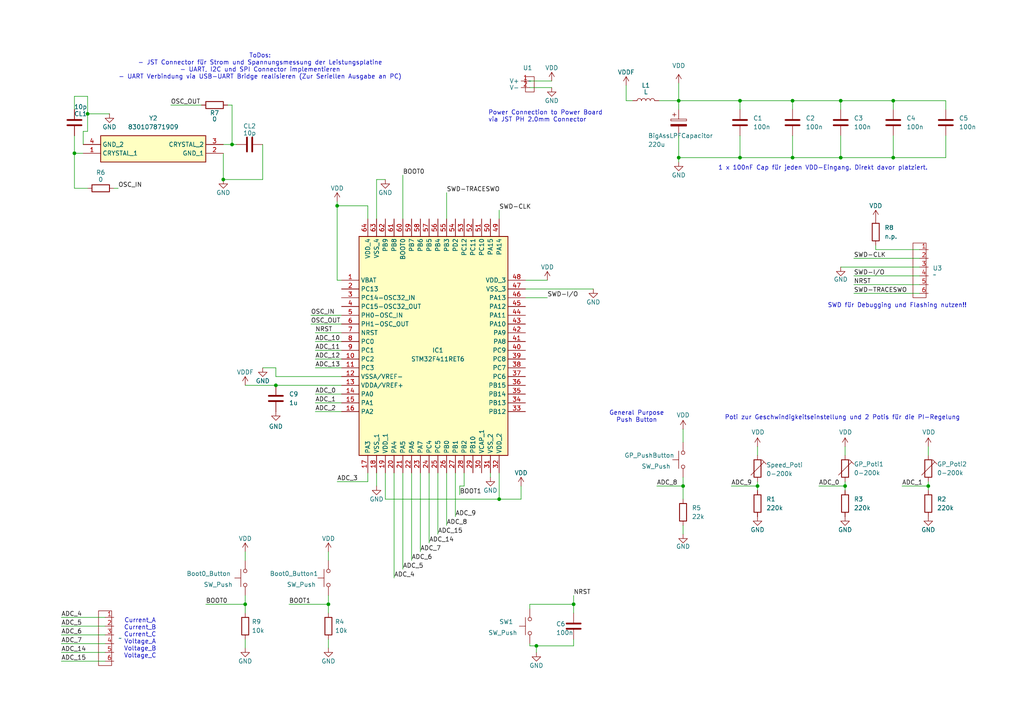
<source format=kicad_sch>
(kicad_sch (version 20231120) (generator "eeschema") (generator_version "8.0")
  (paper "A4")
  (lib_symbols
    (symbol "830107871909:830107871909"
      (property "Reference" "Y" (at 36.83 7.62 0))
      (property "Value" "830107871909" (at 36.83 5.08 0))
      (symbol "830107871909_1_1"
        (rectangle (start 5.08 2.54) (end 35.56 -5.08) (stroke (width 0.254)) (fill (type background)))
        (pin passive line (at 0 -2.54 0) (length 5.08) (name "CRYSTAL_1") (number "1"))
        (pin passive line (at 40.64 -2.54 180) (length 5.08) (name "GND_1") (number "2"))
        (pin passive line (at 40.64 0 180) (length 5.08) (name "CRYSTAL_2") (number "3"))
        (pin passive line (at 0 0 0) (length 5.08) (name "GND_2") (number "4"))
      )
    )
    (symbol "Device:C" (pin_numbers hide) (pin_names (offset 0.254))
      (property "Reference" "C" (at 0.635 2.54 0))
      (property "Value" "C" (at 0.635 -2.54 0))
      (symbol "C_0_1"
        (polyline (pts (xy -2.032 -0.762) (xy 2.032 -0.762)) (stroke (width 0.508)))
        (polyline (pts (xy -2.032 0.762) (xy 2.032 0.762)) (stroke (width 0.508)))
      )
      (symbol "C_1_1"
        (pin passive line (at 0 3.81 270) (length 2.794) (name "~") (number "1"))
        (pin passive line (at 0 -3.81 90) (length 2.794) (name "~") (number "2"))
      )
    )
    (symbol "Device:C_Polarized" (pin_numbers hide) (pin_names (offset 0.254))
      (property "Reference" "C" (at 0.635 2.54 0))
      (property "Value" "C_Polarized" (at 0.635 -2.54 0))
      (symbol "C_Polarized_0_1"
        (rectangle (start -2.286 0.508) (end 2.286 1.016))
        (polyline (pts (xy -1.778 2.286) (xy -0.762 2.286)))
        (polyline (pts (xy -1.27 2.794) (xy -1.27 1.778)))
        (rectangle (start 2.286 -0.508) (end -2.286 -1.016) (fill (type outline)))
      )
      (symbol "C_Polarized_1_1"
        (pin passive line (at 0 3.81 270) (length 2.794) (name "~") (number "1"))
        (pin passive line (at 0 -3.81 90) (length 2.794) (name "~") (number "2"))
      )
    )
    (symbol "Device:L" (pin_numbers hide) (pin_names (offset 1.016) hide)
      (property "Reference" "L" (at -1.27 0 90))
      (property "Value" "L" (at 1.905 0 90))
      (symbol "L_0_1"
        (arc (start 0 -2.54) (mid 0.6323 -1.905) (end 0 -1.27))
        (arc (start 0 -1.27) (mid 0.6323 -0.635) (end 0 0))
        (arc (start 0 0) (mid 0.6323 0.635) (end 0 1.27))
        (arc (start 0 1.27) (mid 0.6323 1.905) (end 0 2.54))
      )
      (symbol "L_1_1"
        (pin passive line (at 0 3.81 270) (length 1.27) (name "1") (number "1"))
        (pin passive line (at 0 -3.81 90) (length 1.27) (name "2") (number "2"))
      )
    )
    (symbol "Device:R" (pin_numbers hide) (pin_names (offset 0))
      (property "Reference" "R" (at 2.032 0 90))
      (property "Value" "R" (at 0 0 90))
      (symbol "R_0_1"
        (rectangle (start -1.016 -2.54) (end 1.016 2.54) (stroke (width 0.254)))
      )
      (symbol "R_1_1"
        (pin passive line (at 0 3.81 270) (length 1.27) (name "~") (number "1"))
        (pin passive line (at 0 -3.81 90) (length 1.27) (name "~") (number "2"))
      )
    )
    (symbol "Device:R_Trim" (pin_numbers hide) (pin_names (offset 0))
      (property "Reference" "R" (at 2.54 -2.54 90))
      (property "Value" "R_Trim" (at -2.54 -0.635 90))
      (symbol "R_Trim_0_1"
        (rectangle (start -1.016 -2.54) (end 1.016 2.54) (stroke (width 0.254)))
        (polyline (pts (xy -1.905 -1.905) (xy 1.905 1.905) (xy 2.54 1.27) (xy 1.27 2.54)))
      )
      (symbol "R_Trim_1_1"
        (pin passive line (at 0 3.81 270) (length 1.27) (name "~") (number "1"))
        (pin passive line (at 0 -3.81 90) (length 1.27) (name "~") (number "2"))
      )
    )
    (symbol "GND_1" (power) (pin_numbers hide) (pin_names (offset 0) hide)
      (property "Value" "GND" (at 0 -3.81 0))
      (symbol "GND_1_0_1"
        (polyline (pts (xy 0 0) (xy 0 -1.27) (xy 1.27 -1.27) (xy 0 -2.54) (xy -1.27 -1.27) (xy 0 -1.27)))
      )
      (symbol "GND_1_1_1"
        (pin power_in line (at 0 0 270) (length 0) (name "~") (number "1"))
      )
    )
    (symbol "GND_2" (power) (pin_numbers hide) (pin_names (offset 0) hide)
      (property "Value" "GND" (at 0 -3.81 0))
      (symbol "GND_2_0_1"
        (polyline (pts (xy 0 0) (xy 0 -1.27) (xy 1.27 -1.27) (xy 0 -2.54) (xy -1.27 -1.27) (xy 0 -1.27)))
      )
      (symbol "GND_2_1_1"
        (pin power_in line (at 0 0 270) (length 0) (name "~") (number "1"))
      )
    )
    (symbol "GND_3" (power) (pin_numbers hide) (pin_names (offset 0) hide)
      (property "Value" "GND" (at 0 -3.81 0))
      (symbol "GND_3_0_1"
        (polyline (pts (xy 0 0) (xy 0 -1.27) (xy 1.27 -1.27) (xy 0 -2.54) (xy -1.27 -1.27) (xy 0 -1.27)))
      )
      (symbol "GND_3_1_1"
        (pin power_in line (at 0 0 270) (length 0) (name "~") (number "1"))
      )
    )
    (symbol "JST_Connectors:JST-PH2.0mm"
      (property "Reference" "U" (at 0 0 0))
      (symbol "JST-PH2.0mm_0_1"
        (rectangle (start -1.27 1.27) (end 1.27 -3.175))
      )
      (symbol "JST-PH2.0mm_1_1"
        (pin input line (at 0 0 180) (length 2.54) (name "V+") (number "1"))
        (pin input line (at 0 -1.905 180) (length 2.54) (name "V-") (number "2"))
      )
    )
    (symbol "JST_Connectors:JST-PH_2mm_6Pin"
      (property "Reference" "U" (at 0 0 0))
      (symbol "JST-PH_2mm_6Pin_0_1"
        (rectangle (start -1.905 5.715) (end 1.905 -10.16))
      )
      (symbol "JST-PH_2mm_6Pin_1_1"
        (pin input line (at 0 3.81 0) (length 2.54) (name "") (number "1"))
        (pin input line (at 0 1.27 0) (length 2.54) (name "") (number "2"))
        (pin input line (at 0 -1.27 0) (length 2.54) (name "") (number "3"))
        (pin input line (at 0 -3.81 0) (length 2.54) (name "") (number "4"))
        (pin input line (at 0 -6.35 0) (length 2.54) (name "") (number "5"))
        (pin input line (at 0 -8.89 0) (length 2.54) (name "") (number "6"))
      )
    )
    (symbol "STM32F411RET6:STM32F411RET6"
      (property "Reference" "IC" (at 49.53 17.78 0))
      (property "Value" "STM32F411RET6" (at 49.53 15.24 0))
      (symbol "STM32F411RET6_1_1"
        (rectangle (start 5.08 12.7) (end 48.26 -50.8) (stroke (width 0.254)) (fill (type background)))
        (pin passive line (at 0 0 0) (length 5.08) (name "VBAT") (number "1"))
        (pin passive line (at 0 -22.86 0) (length 5.08) (name "PC2") (number "10"))
        (pin passive line (at 0 -25.4 0) (length 5.08) (name "PC3") (number "11"))
        (pin passive line (at 0 -27.94 0) (length 5.08) (name "VSSA/VREF-") (number "12"))
        (pin passive line (at 0 -30.48 0) (length 5.08) (name "VDDA/VREF+") (number "13"))
        (pin passive line (at 0 -33.02 0) (length 5.08) (name "PA0") (number "14"))
        (pin passive line (at 0 -35.56 0) (length 5.08) (name "PA1") (number "15"))
        (pin passive line (at 0 -38.1 0) (length 5.08) (name "PA2") (number "16"))
        (pin passive line (at 7.62 -55.88 90) (length 5.08) (name "PA3") (number "17"))
        (pin passive line (at 10.16 -55.88 90) (length 5.08) (name "VSS_1") (number "18"))
        (pin passive line (at 12.7 -55.88 90) (length 5.08) (name "VDD_1") (number "19"))
        (pin passive line (at 0 -2.54 0) (length 5.08) (name "PC13") (number "2"))
        (pin passive line (at 15.24 -55.88 90) (length 5.08) (name "PA4") (number "20"))
        (pin passive line (at 17.78 -55.88 90) (length 5.08) (name "PA5") (number "21"))
        (pin passive line (at 20.32 -55.88 90) (length 5.08) (name "PA6") (number "22"))
        (pin passive line (at 22.86 -55.88 90) (length 5.08) (name "PA7") (number "23"))
        (pin passive line (at 25.4 -55.88 90) (length 5.08) (name "PC4") (number "24"))
        (pin passive line (at 27.94 -55.88 90) (length 5.08) (name "PC5") (number "25"))
        (pin passive line (at 30.48 -55.88 90) (length 5.08) (name "PB0") (number "26"))
        (pin passive line (at 33.02 -55.88 90) (length 5.08) (name "PB1") (number "27"))
        (pin passive line (at 35.56 -55.88 90) (length 5.08) (name "PB2") (number "28"))
        (pin passive line (at 38.1 -55.88 90) (length 5.08) (name "PB10") (number "29"))
        (pin passive line (at 0 -5.08 0) (length 5.08) (name "PC14-OSC32_IN") (number "3"))
        (pin passive line (at 40.64 -55.88 90) (length 5.08) (name "VCAP_1") (number "30"))
        (pin passive line (at 43.18 -55.88 90) (length 5.08) (name "VSS_2") (number "31"))
        (pin passive line (at 45.72 -55.88 90) (length 5.08) (name "VDD_2") (number "32"))
        (pin passive line (at 53.34 -38.1 180) (length 5.08) (name "PB12") (number "33"))
        (pin passive line (at 53.34 -35.56 180) (length 5.08) (name "PB13") (number "34"))
        (pin passive line (at 53.34 -33.02 180) (length 5.08) (name "PB14") (number "35"))
        (pin passive line (at 53.34 -30.48 180) (length 5.08) (name "PB15") (number "36"))
        (pin passive line (at 53.34 -27.94 180) (length 5.08) (name "PC6") (number "37"))
        (pin passive line (at 53.34 -25.4 180) (length 5.08) (name "PC7") (number "38"))
        (pin passive line (at 53.34 -22.86 180) (length 5.08) (name "PC8") (number "39"))
        (pin passive line (at 0 -7.62 0) (length 5.08) (name "PC15-OSC32_OUT") (number "4"))
        (pin passive line (at 53.34 -20.32 180) (length 5.08) (name "PC9") (number "40"))
        (pin passive line (at 53.34 -17.78 180) (length 5.08) (name "PA8") (number "41"))
        (pin passive line (at 53.34 -15.24 180) (length 5.08) (name "PA9") (number "42"))
        (pin passive line (at 53.34 -12.7 180) (length 5.08) (name "PA10") (number "43"))
        (pin passive line (at 53.34 -10.16 180) (length 5.08) (name "PA11") (number "44"))
        (pin passive line (at 53.34 -7.62 180) (length 5.08) (name "PA12") (number "45"))
        (pin passive line (at 53.34 -5.08 180) (length 5.08) (name "PA13") (number "46"))
        (pin passive line (at 53.34 -2.54 180) (length 5.08) (name "VSS_3") (number "47"))
        (pin passive line (at 53.34 0 180) (length 5.08) (name "VDD_3") (number "48"))
        (pin passive line (at 45.72 17.78 270) (length 5.08) (name "PA14") (number "49"))
        (pin passive line (at 0 -10.16 0) (length 5.08) (name "PH0-OSC_IN") (number "5"))
        (pin passive line (at 43.18 17.78 270) (length 5.08) (name "PA15") (number "50"))
        (pin passive line (at 40.64 17.78 270) (length 5.08) (name "PC10") (number "51"))
        (pin passive line (at 38.1 17.78 270) (length 5.08) (name "PC11") (number "52"))
        (pin passive line (at 35.56 17.78 270) (length 5.08) (name "PC12") (number "53"))
        (pin passive line (at 33.02 17.78 270) (length 5.08) (name "PD2") (number "54"))
        (pin passive line (at 30.48 17.78 270) (length 5.08) (name "PB3") (number "55"))
        (pin passive line (at 27.94 17.78 270) (length 5.08) (name "PB4") (number "56"))
        (pin passive line (at 25.4 17.78 270) (length 5.08) (name "PB5") (number "57"))
        (pin passive line (at 22.86 17.78 270) (length 5.08) (name "PB6") (number "58"))
        (pin passive line (at 20.32 17.78 270) (length 5.08) (name "PB7") (number "59"))
        (pin passive line (at 0 -12.7 0) (length 5.08) (name "PH1-OSC_OUT") (number "6"))
        (pin passive line (at 17.78 17.78 270) (length 5.08) (name "BOOT0") (number "60"))
        (pin passive line (at 15.24 17.78 270) (length 5.08) (name "PB8") (number "61"))
        (pin passive line (at 12.7 17.78 270) (length 5.08) (name "PB9") (number "62"))
        (pin passive line (at 10.16 17.78 270) (length 5.08) (name "VSS_4") (number "63"))
        (pin passive line (at 7.62 17.78 270) (length 5.08) (name "VDD_4") (number "64"))
        (pin passive line (at 0 -15.24 0) (length 5.08) (name "NRST") (number "7"))
        (pin passive line (at 0 -17.78 0) (length 5.08) (name "PC0") (number "8"))
        (pin passive line (at 0 -20.32 0) (length 5.08) (name "PC1") (number "9"))
      )
    )
    (symbol "Switch:SW_Push" (pin_numbers hide) (pin_names (offset 1.016) hide)
      (property "Reference" "SW" (at 1.27 2.54 0))
      (property "Value" "SW_Push" (at 0 -1.524 0))
      (symbol "SW_Push_0_1"
        (circle (center -2.032 0) (radius 0.508))
        (polyline (pts (xy 0 1.27) (xy 0 3.048)))
        (polyline (pts (xy 2.54 1.27) (xy -2.54 1.27)))
        (circle (center 2.032 0) (radius 0.508))
        (pin passive line (at -5.08 0 0) (length 2.54) (name "1") (number "1"))
        (pin passive line (at 5.08 0 180) (length 2.54) (name "2") (number "2"))
      )
    )
    (symbol "VDD_1" (power) (pin_numbers hide) (pin_names (offset 0) hide)
      (property "Value" "VDD" (at 0 3.556 0))
      (symbol "VDD_1_0_1"
        (polyline (pts (xy -0.762 1.27) (xy 0 2.54)))
        (polyline (pts (xy 0 0) (xy 0 2.54)))
        (polyline (pts (xy 0 2.54) (xy 0.762 1.27)))
      )
      (symbol "VDD_1_1_1"
        (pin power_in line (at 0 0 90) (length 0) (name "~") (number "1"))
      )
    )
    (symbol "VDD_2" (power) (pin_numbers hide) (pin_names (offset 0) hide)
      (property "Value" "VDD" (at 0 3.556 0))
      (symbol "VDD_2_0_1"
        (polyline (pts (xy -0.762 1.27) (xy 0 2.54)))
        (polyline (pts (xy 0 0) (xy 0 2.54)))
        (polyline (pts (xy 0 2.54) (xy 0.762 1.27)))
      )
      (symbol "VDD_2_1_1"
        (pin power_in line (at 0 0 90) (length 0) (name "~") (number "1"))
      )
    )
    (symbol "power:GND" (power) (pin_names (offset 0))
      (property "Value" "GND" (at 0 -3.81 0))
      (symbol "GND_0_1"
        (polyline (pts (xy 0 0) (xy 0 -1.27) (xy 1.27 -1.27) (xy 0 -2.54) (xy -1.27 -1.27) (xy 0 -1.27)))
      )
      (symbol "GND_1_1"
        (pin power_in line (at 0 0 270) (length 0) hide (name "GND") (number "1"))
      )
    )
    (symbol "power:VDD" (power) (pin_names (offset 0))
      (property "Value" "VDD" (at 0 3.81 0))
      (symbol "VDD_0_1"
        (polyline (pts (xy -0.762 1.27) (xy 0 2.54)))
        (polyline (pts (xy 0 0) (xy 0 2.54)))
        (polyline (pts (xy 0 2.54) (xy 0.762 1.27)))
      )
      (symbol "VDD_1_1"
        (pin power_in line (at 0 0 90) (length 0) hide (name "VDD") (number "1"))
      )
    )
    (symbol "power:VDDF" (power) (pin_names (offset 0))
      (property "Value" "VDDF" (at 0 3.81 0))
      (symbol "VDDF_0_1"
        (polyline (pts (xy -0.762 1.27) (xy 0 2.54)))
        (polyline (pts (xy 0 0) (xy 0 2.54)))
        (polyline (pts (xy 0 2.54) (xy 0.762 1.27)))
      )
      (symbol "VDDF_1_1"
        (pin power_in line (at 0 0 90) (length 0) hide (name "VDDF") (number "1"))
      )
    )
  )
  (junction (at 219.71 140.97))
  (junction (at 198.12 140.97))
  (junction (at 214.63 45.72))
  (junction (at 21.59 44.45))
  (junction (at 196.85 45.72))
  (junction (at 269.24 140.97))
  (junction (at 95.25 175.26))
  (junction (at 144.78 144.78))
  (junction (at 245.11 140.97))
  (junction (at 196.85 29.21))
  (junction (at 229.87 29.21))
  (junction (at 259.08 29.21))
  (junction (at 25.4 33.02))
  (junction (at 166.37 175.26))
  (junction (at 243.84 29.21))
  (junction (at 80.01 111.76))
  (junction (at 214.63 29.21))
  (junction (at 243.84 45.72))
  (junction (at 67.31 41.91))
  (junction (at 229.87 45.72))
  (junction (at 155.575 187.325))
  (junction (at 97.79 59.69))
  (junction (at 64.77 52.07))
  (junction (at 259.08 45.72))
  (junction (at 71.12 175.26))
  (wire (pts (xy 95.25 185.42) (xy 95.25 187.96)))
  (wire (pts (xy 243.84 45.72) (xy 259.08 45.72)))
  (wire (pts (xy 129.54 55.88) (xy 129.54 63.5)))
  (wire (pts (xy 198.12 152.4) (xy 198.12 154.94)))
  (wire (pts (xy 166.37 185.42) (xy 166.37 187.325)))
  (wire (pts (xy 243.84 29.21) (xy 243.84 31.75)))
  (wire (pts (xy 71.12 172.72) (xy 71.12 175.26)))
  (wire (pts (xy 259.08 45.72) (xy 274.32 45.72)))
  (wire (pts (xy 259.08 29.21) (xy 274.32 29.21)))
  (wire (pts (xy 196.85 39.37) (xy 196.85 45.72)))
  (wire (pts (xy 243.84 39.37) (xy 243.84 45.72)))
  (wire (pts (xy 21.59 31.75) (xy 21.59 27.94)))
  (wire (pts (xy 190.5 140.97) (xy 198.12 140.97)))
  (wire (pts (xy 259.08 29.21) (xy 259.08 31.75)))
  (wire (pts (xy 91.44 114.3) (xy 99.06 114.3)))
  (wire (pts (xy 129.54 137.16) (xy 129.54 152.4)))
  (wire (pts (xy 133.35 140.97) (xy 133.35 143.51)))
  (wire (pts (xy 80.01 109.22) (xy 99.06 109.22)))
  (wire (pts (xy 66.04 30.48) (xy 67.31 30.48)))
  (wire (pts (xy 269.24 129.54) (xy 269.24 132.08)))
  (wire (pts (xy 24.13 41.91) (xy 24.13 38.1)))
  (wire (pts (xy 17.78 189.23) (xy 30.48 189.23)))
  (wire (pts (xy 254 71.12) (xy 254 72.39)))
  (wire (pts (xy 109.22 52.07) (xy 109.22 63.5)))
  (wire (pts (xy 144.78 137.16) (xy 144.78 144.78)))
  (wire (pts (xy 95.25 175.26) (xy 95.25 177.8)))
  (wire (pts (xy 80.01 106.68) (xy 80.01 109.22)))
  (wire (pts (xy 196.85 29.21) (xy 214.63 29.21)))
  (wire (pts (xy 183.515 29.21) (xy 181.61 29.21)))
  (wire (pts (xy 25.4 38.1) (xy 25.4 33.02)))
  (wire (pts (xy 91.44 99.06) (xy 99.06 99.06)))
  (wire (pts (xy 229.87 45.72) (xy 243.84 45.72)))
  (wire (pts (xy 90.17 93.98) (xy 99.06 93.98)))
  (wire (pts (xy 91.44 101.6) (xy 99.06 101.6)))
  (wire (pts (xy 245.11 129.54) (xy 245.11 132.08)))
  (wire (pts (xy 116.84 50.8) (xy 116.84 63.5)))
  (wire (pts (xy 121.92 137.16) (xy 121.92 160.02)))
  (wire (pts (xy 71.12 111.76) (xy 80.01 111.76)))
  (wire (pts (xy 97.79 59.69) (xy 97.79 81.28)))
  (wire (pts (xy 261.62 140.97) (xy 269.24 140.97)))
  (wire (pts (xy 21.59 27.94) (xy 25.4 27.94)))
  (wire (pts (xy 106.68 139.7) (xy 106.68 137.16)))
  (wire (pts (xy 119.38 137.16) (xy 119.38 162.56)))
  (wire (pts (xy 196.85 29.21) (xy 196.85 31.75)))
  (wire (pts (xy 95.25 172.72) (xy 95.25 175.26)))
  (wire (pts (xy 229.87 29.21) (xy 229.87 31.75)))
  (wire (pts (xy 229.87 29.21) (xy 243.84 29.21)))
  (wire (pts (xy 111.76 52.07) (xy 109.22 52.07)))
  (wire (pts (xy 245.11 139.7) (xy 245.11 140.97)))
  (wire (pts (xy 17.78 186.69) (xy 30.48 186.69)))
  (wire (pts (xy 25.4 33.02) (xy 31.75 33.02)))
  (wire (pts (xy 76.2 41.91) (xy 76.2 52.07)))
  (wire (pts (xy 166.37 187.325) (xy 155.575 187.325)))
  (wire (pts (xy 97.79 58.42) (xy 97.79 59.69)))
  (wire (pts (xy 114.3 137.16) (xy 114.3 167.64)))
  (wire (pts (xy 144.78 60.96) (xy 144.78 63.5)))
  (wire (pts (xy 269.24 140.97) (xy 269.24 142.24)))
  (wire (pts (xy 247.65 80.01) (xy 266.7 80.01)))
  (wire (pts (xy 97.79 81.28) (xy 99.06 81.28)))
  (wire (pts (xy 91.44 106.68) (xy 99.06 106.68)))
  (wire (pts (xy 17.78 179.07) (xy 30.48 179.07)))
  (wire (pts (xy 67.31 30.48) (xy 67.31 41.91)))
  (wire (pts (xy 97.79 139.7) (xy 106.68 139.7)))
  (wire (pts (xy 111.76 137.16) (xy 111.76 144.78)))
  (wire (pts (xy 116.84 137.16) (xy 116.84 165.1)))
  (wire (pts (xy 132.08 137.16) (xy 132.08 149.86)))
  (wire (pts (xy 59.69 175.26) (xy 71.12 175.26)))
  (wire (pts (xy 153.67 186.69) (xy 153.67 187.325)))
  (wire (pts (xy 25.4 54.61) (xy 21.59 54.61)))
  (wire (pts (xy 71.12 175.26) (xy 71.12 177.8)))
  (wire (pts (xy 152.4 81.28) (xy 158.75 81.28)))
  (wire (pts (xy 243.84 29.21) (xy 259.08 29.21)))
  (wire (pts (xy 153.67 25.4) (xy 160.02 25.4)))
  (wire (pts (xy 153.67 175.26) (xy 153.67 176.53)))
  (wire (pts (xy 214.63 45.72) (xy 229.87 45.72)))
  (wire (pts (xy 109.22 137.16) (xy 109.22 140.97)))
  (wire (pts (xy 76.2 52.07) (xy 64.77 52.07)))
  (wire (pts (xy 17.78 184.15) (xy 30.48 184.15)))
  (wire (pts (xy 33.02 54.61) (xy 34.29 54.61)))
  (wire (pts (xy 219.71 139.7) (xy 219.71 140.97)))
  (wire (pts (xy 245.11 140.97) (xy 245.11 142.24)))
  (wire (pts (xy 91.44 116.84) (xy 99.06 116.84)))
  (wire (pts (xy 196.85 24.13) (xy 196.85 29.21)))
  (wire (pts (xy 49.53 30.48) (xy 58.42 30.48)))
  (wire (pts (xy 24.13 38.1) (xy 25.4 38.1)))
  (wire (pts (xy 214.63 31.75) (xy 214.63 29.21)))
  (wire (pts (xy 219.71 129.54) (xy 219.71 132.08)))
  (wire (pts (xy 214.63 39.37) (xy 214.63 45.72)))
  (wire (pts (xy 151.13 144.78) (xy 151.13 140.97)))
  (wire (pts (xy 214.63 29.21) (xy 229.87 29.21)))
  (wire (pts (xy 269.24 139.7) (xy 269.24 140.97)))
  (wire (pts (xy 198.12 140.97) (xy 198.12 144.78)))
  (wire (pts (xy 21.59 54.61) (xy 21.59 44.45)))
  (wire (pts (xy 247.65 74.93) (xy 266.7 74.93)))
  (wire (pts (xy 76.2 106.68) (xy 80.01 106.68)))
  (wire (pts (xy 153.67 187.325) (xy 155.575 187.325)))
  (wire (pts (xy 196.85 45.72) (xy 214.63 45.72)))
  (wire (pts (xy 21.59 44.45) (xy 24.13 44.45)))
  (wire (pts (xy 64.77 44.45) (xy 64.77 52.07)))
  (wire (pts (xy 166.37 175.26) (xy 166.37 177.8)))
  (wire (pts (xy 83.82 175.26) (xy 95.25 175.26)))
  (wire (pts (xy 80.01 111.76) (xy 99.06 111.76)))
  (wire (pts (xy 219.71 140.97) (xy 219.71 142.24)))
  (wire (pts (xy 111.76 144.78) (xy 144.78 144.78)))
  (wire (pts (xy 71.12 185.42) (xy 71.12 187.96)))
  (wire (pts (xy 142.24 137.16) (xy 142.24 138.43)))
  (wire (pts (xy 247.65 82.55) (xy 266.7 82.55)))
  (wire (pts (xy 155.575 187.325) (xy 155.575 189.23)))
  (wire (pts (xy 153.67 175.26) (xy 166.37 175.26)))
  (wire (pts (xy 71.12 160.02) (xy 71.12 162.56)))
  (wire (pts (xy 90.17 91.44) (xy 99.06 91.44)))
  (wire (pts (xy 229.87 39.37) (xy 229.87 45.72)))
  (wire (pts (xy 134.62 140.97) (xy 134.62 137.16)))
  (wire (pts (xy 237.49 140.97) (xy 245.11 140.97)))
  (wire (pts (xy 153.67 23.495) (xy 160.02 23.495)))
  (wire (pts (xy 274.32 31.75) (xy 274.32 29.21)))
  (wire (pts (xy 106.68 59.69) (xy 106.68 63.5)))
  (wire (pts (xy 243.84 77.47) (xy 266.7 77.47)))
  (wire (pts (xy 144.78 144.78) (xy 151.13 144.78)))
  (wire (pts (xy 21.59 39.37) (xy 21.59 44.45)))
  (wire (pts (xy 259.08 39.37) (xy 259.08 45.72)))
  (wire (pts (xy 97.79 59.69) (xy 106.68 59.69)))
  (wire (pts (xy 64.77 41.91) (xy 67.31 41.91)))
  (wire (pts (xy 91.44 96.52) (xy 99.06 96.52)))
  (wire (pts (xy 254 72.39) (xy 266.7 72.39)))
  (wire (pts (xy 17.78 181.61) (xy 30.48 181.61)))
  (wire (pts (xy 91.44 119.38) (xy 99.06 119.38)))
  (wire (pts (xy 212.09 140.97) (xy 219.71 140.97)))
  (wire (pts (xy 133.35 140.97) (xy 134.62 140.97)))
  (wire (pts (xy 274.32 39.37) (xy 274.32 45.72)))
  (wire (pts (xy 95.25 160.02) (xy 95.25 162.56)))
  (wire (pts (xy 152.4 83.82) (xy 172.085 83.82)))
  (wire (pts (xy 91.44 104.14) (xy 99.06 104.14)))
  (wire (pts (xy 25.4 33.02) (xy 25.4 27.94)))
  (wire (pts (xy 181.61 29.21) (xy 181.61 24.765)))
  (wire (pts (xy 124.46 137.16) (xy 124.46 157.48)))
  (wire (pts (xy 17.78 191.77) (xy 30.48 191.77)))
  (wire (pts (xy 127 137.16) (xy 127 154.94)))
  (wire (pts (xy 191.135 29.21) (xy 196.85 29.21)))
  (wire (pts (xy 198.12 124.46) (xy 198.12 128.27)))
  (wire (pts (xy 67.31 41.91) (xy 68.58 41.91)))
  (wire (pts (xy 247.65 85.09) (xy 266.7 85.09)))
  (wire (pts (xy 198.12 138.43) (xy 198.12 140.97)))
  (wire (pts (xy 166.37 172.72) (xy 166.37 175.26)))
  (wire (pts (xy 196.85 45.72) (xy 196.85 46.99)))
  (wire (pts (xy 152.4 86.36) (xy 158.75 86.36)))
  (text "SWD für Debugging und Flashing nutzen!!" (at 240.03 89.408 0) (effects (font (size 1.27 1.27)) (justify left bottom)))
  (text "Poti zur Geschwindigkeitseinstellung und 2 Potis für die PI-Regelung" (at 210.185 121.92 0) (effects (font (size 1.27 1.27)) (justify left bottom)))
  (text "Power Connection to Power Board\nvia JST PH 2.0mm Connector\n" (at 141.605 35.56 0) (effects (font (size 1.27 1.27)) (justify left bottom)))
  (text "1 x 100nF Cap für jeden VDD-Eingang. Direkt davor platziert." (at 208.28 49.53 0) (effects (font (size 1.27 1.27)) (justify left bottom)))
  (text "General Purpose\nPush Button" (at 184.658 120.904 0) (effects (font (size 1.27 1.27))))
  (text "Current_A\nCurrent_B\nCurrent_C\nVoltage_A\nVoltage_B\nVoltage_C" (at 40.64 185.166 0) (effects (font (size 1.27 1.27))))
  (text "ToDos:\n- JST Connector für Strom und Spannungsmessung der Leistungsplatine\n- UART, I2C und SPI Connector implementieren\n- UART Verbindung via USB-UART Bridge realisieren (Zur Seriellen Ausgabe an PC)" (at 75.438 19.304 0) (effects (font (size 1.27 1.27))))
  (label "ADC_14" (at 124.46 157.48 0))
  (label "OSC_OUT" (at 90.17 93.98 0))
  (label "ADC_7" (at 121.92 160.02 0))
  (label "ADC_5" (at 116.84 165.1 0))
  (label "ADC_7" (at 17.78 186.69 0))
  (label "ADC_6" (at 17.78 184.15 0))
  (label "SWD-CLK" (at 247.65 74.93 0))
  (label "SWD-CLK" (at 144.78 60.96 0))
  (label "ADC_10" (at 91.44 99.06 0))
  (label "BOOT0" (at 59.69 175.26 0))
  (label "OSC_IN" (at 90.17 91.44 0))
  (label "ADC_11" (at 91.44 101.6 0))
  (label "ADC_6" (at 119.38 162.56 0))
  (label "BOOT1" (at 133.35 143.51 0))
  (label "NRST" (at 166.37 172.72 0))
  (label "SWD-I{slash}O" (at 158.75 86.36 0))
  (label "ADC_13" (at 91.44 106.68 0))
  (label "ADC_15" (at 17.78 191.77 0))
  (label "OSC_IN" (at 34.29 54.61 0))
  (label "ADC_1" (at 91.44 116.84 0))
  (label "ADC_15" (at 127 154.94 0))
  (label "ADC_0" (at 237.49 140.97 0))
  (label "ADC_2" (at 91.44 119.38 0))
  (label "ADC_0" (at 91.44 114.3 0))
  (label "ADC_12" (at 91.44 104.14 0))
  (label "ADC_9" (at 212.09 140.97 0))
  (label "ADC_14" (at 17.78 189.23 0))
  (label "SWD-TRACESWO" (at 247.65 85.09 0))
  (label "NRST" (at 91.44 96.52 0))
  (label "BOOT0" (at 116.84 50.8 0))
  (label "OSC_OUT" (at 49.53 30.48 0))
  (label "ADC_9" (at 132.08 149.86 0))
  (label "SWD-I{slash}O" (at 247.65 80.01 0))
  (label "ADC_4" (at 114.3 167.64 0))
  (label "ADC_8" (at 190.5 140.97 0))
  (label "ADC_5" (at 17.78 181.61 0))
  (label "ADC_3" (at 97.79 139.7 0))
  (label "SWD-TRACESWO" (at 129.54 55.88 0))
  (label "ADC_8" (at 129.54 152.4 0))
  (label "BOOT1" (at 83.82 175.26 0))
  (label "NRST" (at 247.65 82.55 0))
  (label "ADC_4" (at 17.78 179.07 0))
  (label "ADC_1" (at 261.62 140.97 0))
  (symbol (lib_id "power:VDD") (at 269.24 129.54 0) (unit 1)
    (property "Reference" "#PWR05" (effects (hide yes)))
    (property "Value" "VDD" (at 269.367 125.349 0))
  )
  (symbol (lib_id "JST_Connectors:JST-PH_2mm_6Pin") (at 30.48 182.88 0) (unit 1)
    (property "Reference" "U2" (effects (hide yes)))
    (property "Value" "~" (at 34.29 185.1025 0) (effects (justify left)))
  )
  (symbol (lib_id "JST_Connectors:JST-PH2.0mm") (at 153.67 23.495 0) (unit 1)
    (property "Reference" "U1" (at 153.035 19.685 0))
    (property "Value" "~" (at 153.67 23.495 0))
  )
  (symbol (lib_id "Switch:SW_Push") (at 71.12 167.64 90) (unit 1)
    (property "Reference" "Boot0_Button" (at 54.102 166.37 90) (effects (justify right)))
    (property "Value" "SW_Push" (at 59.055 169.545 90) (effects (justify right)))
  )
  (symbol (lib_id "JST_Connectors:JST-PH_2mm_6Pin") (at 266.7 76.2 0) (unit 1)
    (property "Reference" "U3" (at 270.51 77.7874 0) (effects (justify left)))
    (property "Value" "~" (at 270.51 79.6925 0) (effects (justify left)))
  )
  (symbol (lib_id "power:VDDF") (at 71.12 111.76 0) (unit 1)
    (property "Reference" "#PWR011" (effects (hide yes)))
    (property "Value" "VDDF" (at 71.12 107.95 0))
  )
  (symbol (lib_id "830107871909:830107871909") (at 24.13 41.91 0) (unit 1)
    (property "Reference" "Y2" (at 44.45 34.29 0))
    (property "Value" "830107871909" (at 44.45 36.83 0))
    (property "Footprint" "830107871909" (effects (hide yes)))
    (property "Datasheet" "https://www.we-online.com/catalog/datasheet/830107871909.pdf" (effects (hide yes)))
    (property "Description" "Crystals WE-XTAL 25.0MHz 10ppm 2.5 x 2.0mm" (effects (hide yes)))
    (property "Height" "0.6" (effects (hide yes)))
    (property "Mouser Part Number" "710-830107871909" (effects (hide yes)))
    (property "Mouser Price/Stock" "https://www.mouser.co.uk/ProductDetail/Wurth-Elektronik/830107871909?qs=hWgE7mdIu5SqecU%2FcqYdCA%3D%3D" (effects (hide yes)))
    (property "Manufacturer_Name" "Wurth Elektronik" (effects (hide yes)))
    (property "Manufacturer_Part_Number" "830107871909" (effects (hide yes)))
  )
  (symbol (lib_id "Device:C") (at 274.32 35.56 0) (unit 1)
    (property "Reference" "C5" (at 278.13 34.29 0) (effects (justify left)))
    (property "Value" "100n" (at 278.13 36.83 0) (effects (justify left)))
  )
  (symbol (lib_id "Device:L") (at 187.325 29.21 90) (unit 1)
    (property "Reference" "L1" (at 187.325 24.765 90))
    (property "Value" "L" (at 187.325 26.67 90))
  )
  (symbol (lib_id "power:GND") (at 64.77 52.07 0) (unit 1)
    (property "Reference" "#PWR027" (effects (hide yes)))
    (property "Value" "GND" (at 64.77 55.88 0))
  )
  (symbol (lib_id "STM32F411RET6:STM32F411RET6") (at 99.06 81.28 0) (unit 1)
    (property "Reference" "IC1" (at 127 101.6 0))
    (property "Value" "STM32F411RET6" (at 127 104.14 0))
    (property "Footprint" "QFP50P1200X1200X160-64N" (effects (hide yes)))
    (property "Height" "1.6" (effects (hide yes)))
    (property "Mouser Part Number" "511-STM32F411RET6" (effects (hide yes)))
    (property "Mouser Price/Stock" "https://www.mouser.co.uk/ProductDetail/STMicroelectronics/STM32F411RET6?qs=pjMTYa9MTGWrHTmziD2M%2Fg%3D%3D" (effects (hide yes)))
    (property "Manufacturer_Name" "STMicroelectronics" (effects (hide yes)))
    (property "Manufacturer_Part_Number" "STM32F411RET6" (effects (hide yes)))
  )
  (symbol (lib_name "GND_2") (lib_id "power:GND") (at 243.84 77.47 0) (unit 1)
    (property "Reference" "#PWR028" (effects (hide yes)))
    (property "Value" "GND" (at 243.84 81.026 0))
    (property "Description" "Power symbol creates a global label with name \"GND\" , ground" (effects (hide yes)))
  )
  (symbol (lib_id "power:GND") (at 76.2 106.68 0) (unit 1)
    (property "Reference" "#PWR016" (effects (hide yes)))
    (property "Value" "GND" (at 76.2 110.49 0))
  )
  (symbol (lib_id "Device:C") (at 21.59 35.56 180) (unit 1)
    (property "Reference" "CL1" (at 23.368 33.02 0))
    (property "Value" "10p" (at 23.368 30.988 0))
    (property "Description" "Unpolarized capacitor" (effects (hide yes)))
  )
  (symbol (lib_id "Device:R") (at 269.24 146.05 0) (unit 1)
    (property "Reference" "R2" (at 271.78 144.78 0) (effects (justify left)))
    (property "Value" "220k" (at 271.78 147.32 0) (effects (justify left)))
  )
  (symbol (lib_id "Device:C") (at 259.08 35.56 0) (unit 1)
    (property "Reference" "C4" (at 262.89 34.29 0) (effects (justify left)))
    (property "Value" "100n" (at 262.89 36.83 0) (effects (justify left)))
  )
  (symbol (lib_id "Device:C") (at 166.37 181.61 0) (unit 1)
    (property "Reference" "C6" (at 161.29 180.975 0) (effects (justify left)))
    (property "Value" "100n" (at 161.29 183.515 0) (effects (justify left)))
  )
  (symbol (lib_id "power:VDD") (at 219.71 129.54 0) (unit 1)
    (property "Reference" "#PWR03" (effects (hide yes)))
    (property "Value" "VDD" (at 219.837 125.349 0))
  )
  (symbol (lib_id "Device:R_Trim") (at 269.24 135.89 0) (unit 1)
    (property "Reference" "GP_Poti2" (at 271.78 134.62 0) (effects (justify left)))
    (property "Value" "0-200k" (at 271.78 137.16 0) (effects (justify left)))
  )
  (symbol (lib_id "power:GND") (at 111.76 52.07 0) (unit 1)
    (property "Reference" "#PWR020" (effects (hide yes)))
    (property "Value" "GND" (at 111.76 55.88 0))
  )
  (symbol (lib_name "GND_3") (lib_id "power:GND") (at 80.01 119.38 0) (unit 1)
    (property "Reference" "#PWR032" (effects (hide yes)))
    (property "Value" "GND" (at 80.01 123.698 0))
    (property "Description" "Power symbol creates a global label with name \"GND\" , ground" (effects (hide yes)))
  )
  (symbol (lib_id "Device:C") (at 80.01 115.57 0) (unit 1)
    (property "Reference" "C9" (at 83.82 114.2999 0) (effects (justify left)))
    (property "Value" "1u" (at 83.82 116.8399 0) (effects (justify left)))
    (property "Description" "Unpolarized capacitor" (effects (hide yes)))
  )
  (symbol (lib_id "power:VDD") (at 97.79 58.42 0) (unit 1)
    (property "Reference" "#PWR09" (effects (hide yes)))
    (property "Value" "VDD" (at 97.79 54.61 0))
  )
  (symbol (lib_id "power:VDD") (at 196.85 24.13 0) (unit 1)
    (property "Reference" "#PWR01" (effects (hide yes)))
    (property "Value" "VDD" (at 196.85 19.05 0))
  )
  (symbol (lib_id "Device:C") (at 229.87 35.56 0) (unit 1)
    (property "Reference" "C2" (at 233.68 34.29 0) (effects (justify left)))
    (property "Value" "100n" (at 233.68 36.83 0) (effects (justify left)))
  )
  (symbol (lib_id "Device:R") (at 245.11 146.05 0) (unit 1)
    (property "Reference" "R3" (at 247.65 144.78 0) (effects (justify left)))
    (property "Value" "220k" (at 247.65 147.32 0) (effects (justify left)))
  )
  (symbol (lib_id "Device:R") (at 198.12 148.59 0) (unit 1)
    (property "Reference" "R5" (at 200.66 147.3199 0) (effects (justify left)))
    (property "Value" "22k" (at 200.66 149.8599 0) (effects (justify left)))
    (property "Description" "Resistor" (effects (hide yes)))
  )
  (symbol (lib_name "VDD_2") (lib_id "power:VDD") (at 254 63.5 0) (unit 1)
    (property "Reference" "#PWR031" (effects (hide yes)))
    (property "Value" "VDD" (at 254 59.69 0))
    (property "Description" "Power symbol creates a global label with name \"VDD\"" (effects (hide yes)))
  )
  (symbol (lib_id "power:GND") (at 95.25 187.96 0) (unit 1)
    (property "Reference" "#PWR023" (effects (hide yes)))
    (property "Value" "GND" (at 95.25 191.77 0))
  )
  (symbol (lib_id "Switch:SW_Push") (at 95.25 167.64 90) (unit 1)
    (property "Reference" "Boot0_Button1" (at 78.232 166.37 90) (effects (justify right)))
    (property "Value" "SW_Push" (at 83.185 169.545 90) (effects (justify right)))
  )
  (symbol (lib_id "Device:R") (at 62.23 30.48 90) (unit 1)
    (property "Reference" "R7" (at 62.23 32.766 90))
    (property "Value" "0" (at 62.23 34.544 90))
    (property "Description" "Resistor" (effects (hide yes)))
  )
  (symbol (lib_id "power:VDD") (at 151.13 140.97 0) (unit 1)
    (property "Reference" "#PWR013" (effects (hide yes)))
    (property "Value" "VDD" (at 151.13 137.16 0))
  )
  (symbol (lib_id "Device:R") (at 29.21 54.61 90) (unit 1)
    (property "Reference" "R6" (at 29.21 50.038 90))
    (property "Value" "0" (at 29.21 52.07 90))
    (property "Description" "Resistor" (effects (hide yes)))
  )
  (symbol (lib_id "power:VDD") (at 160.02 23.495 0) (unit 1)
    (property "Reference" "#PWR012" (effects (hide yes)))
    (property "Value" "VDD" (at 160.02 19.685 0))
  )
  (symbol (lib_id "power:GND") (at 269.24 149.86 0) (unit 1)
    (property "Reference" "#PWR06" (effects (hide yes)))
    (property "Value" "GND" (at 269.24 153.67 0))
  )
  (symbol (lib_id "Device:R_Trim") (at 245.11 135.89 0) (unit 1)
    (property "Reference" "GP_Poti1" (at 247.65 134.62 0) (effects (justify left)))
    (property "Value" "0-200k" (at 247.65 137.16 0) (effects (justify left)))
  )
  (symbol (lib_id "power:GND") (at 245.11 149.86 0) (unit 1)
    (property "Reference" "#PWR08" (effects (hide yes)))
    (property "Value" "GND" (at 245.11 153.67 0))
  )
  (symbol (lib_id "Switch:SW_Push") (at 153.67 181.61 90) (unit 1)
    (property "Reference" "SW1" (at 144.78 180.34 90) (effects (justify right)))
    (property "Value" "SW_Push" (at 141.605 183.515 90) (effects (justify right)))
  )
  (symbol (lib_id "Device:C") (at 72.39 41.91 90) (unit 1)
    (property "Reference" "CL2" (at 72.39 36.576 90))
    (property "Value" "10p" (at 72.39 38.608 90))
    (property "Description" "Unpolarized capacitor" (effects (hide yes)))
  )
  (symbol (lib_id "power:GND") (at 160.02 25.4 0) (unit 1)
    (property "Reference" "#PWR010" (effects (hide yes)))
    (property "Value" "GND" (at 160.02 29.21 0))
  )
  (symbol (lib_name "VDD_1") (lib_id "power:VDD") (at 198.12 124.46 0) (unit 1)
    (property "Reference" "#PWR025" (effects (hide yes)))
    (property "Value" "VDD" (at 198.12 120.396 0))
    (property "Description" "Power symbol creates a global label with name \"VDD\"" (effects (hide yes)))
  )
  (symbol (lib_id "power:GND") (at 71.12 187.96 0) (unit 1)
    (property "Reference" "#PWR030" (effects (hide yes)))
    (property "Value" "GND" (at 71.12 191.77 0))
  )
  (symbol (lib_id "power:GND") (at 109.22 140.97 0) (unit 1)
    (property "Reference" "#PWR021" (effects (hide yes)))
    (property "Value" "GND" (at 109.22 144.78 0))
  )
  (symbol (lib_id "Device:R") (at 95.25 181.61 0) (unit 1)
    (property "Reference" "R4" (at 97.155 180.34 0) (effects (justify left)))
    (property "Value" "10k" (at 97.155 182.88 0) (effects (justify left)))
  )
  (symbol (lib_name "GND_1") (lib_id "power:GND") (at 31.75 33.02 0) (unit 1)
    (property "Reference" "#PWR026" (effects (hide yes)))
    (property "Value" "GND" (at 31.75 36.83 0))
    (property "Description" "Power symbol creates a global label with name \"GND\" , ground" (effects (hide yes)))
  )
  (symbol (lib_id "power:GND") (at 142.24 138.43 0) (unit 1)
    (property "Reference" "#PWR018" (effects (hide yes)))
    (property "Value" "GND" (at 142.24 142.24 0))
  )
  (symbol (lib_id "power:VDD") (at 71.12 160.02 0) (unit 1)
    (property "Reference" "#PWR029" (effects (hide yes)))
    (property "Value" "VDD" (at 71.12 156.21 0))
  )
  (symbol (lib_id "Device:C") (at 214.63 35.56 0) (unit 1)
    (property "Reference" "C1" (at 218.44 34.29 0) (effects (justify left)))
    (property "Value" "100n" (at 218.44 36.83 0) (effects (justify left)))
  )
  (symbol (lib_id "power:GND") (at 155.575 189.23 0) (unit 1)
    (property "Reference" "#PWR017" (effects (hide yes)))
    (property "Value" "GND" (at 155.575 193.04 0))
  )
  (symbol (lib_id "power:VDD") (at 245.11 129.54 0) (unit 1)
    (property "Reference" "#PWR07" (effects (hide yes)))
    (property "Value" "VDD" (at 245.237 125.349 0))
  )
  (symbol (lib_id "power:GND") (at 172.085 83.82 0) (unit 1)
    (property "Reference" "#PWR019" (effects (hide yes)))
    (property "Value" "GND" (at 172.085 87.63 0))
  )
  (symbol (lib_id "Device:C") (at 243.84 35.56 0) (unit 1)
    (property "Reference" "C3" (at 247.65 34.29 0) (effects (justify left)))
    (property "Value" "100n" (at 247.65 36.83 0) (effects (justify left)))
  )
  (symbol (lib_id "Device:C_Polarized") (at 196.85 35.56 0) (unit 1)
    (property "Reference" "BigAssLPFCapacitor" (at 187.96 39.37 0) (effects (justify left)))
    (property "Value" "220u" (at 187.96 41.91 0) (effects (justify left)))
  )
  (symbol (lib_id "Device:R") (at 254 67.31 180) (unit 1)
    (property "Reference" "R8" (at 256.54 66.0399 0) (effects (justify right)))
    (property "Value" "n.p." (at 256.54 68.5799 0) (effects (justify right)))
    (property "Description" "Resistor" (effects (hide yes)))
  )
  (symbol (lib_id "Device:R") (at 219.71 146.05 0) (unit 1)
    (property "Reference" "R1" (at 222.25 144.78 0) (effects (justify left)))
    (property "Value" "220k" (at 222.25 147.32 0) (effects (justify left)))
  )
  (symbol (lib_id "Switch:SW_Push") (at 198.12 133.35 90) (unit 1)
    (property "Reference" "GP_PushButton" (at 181.102 132.08 90) (effects (justify right)))
    (property "Value" "SW_Push" (at 186.055 135.255 90) (effects (justify right)))
  )
  (symbol (lib_id "power:GND") (at 196.85 46.99 0) (unit 1)
    (property "Reference" "#PWR02" (effects (hide yes)))
    (property "Value" "GND" (at 196.85 50.8 0))
  )
  (symbol (lib_id "power:GND") (at 219.71 149.86 0) (unit 1)
    (property "Reference" "#PWR04" (effects (hide yes)))
    (property "Value" "GND" (at 219.71 153.67 0))
  )
  (symbol (lib_id "Device:R") (at 71.12 181.61 0) (unit 1)
    (property "Reference" "R9" (at 73.025 180.34 0) (effects (justify left)))
    (property "Value" "10k" (at 73.025 182.88 0) (effects (justify left)))
  )
  (symbol (lib_id "power:VDDF") (at 181.61 24.765 0) (unit 1)
    (property "Reference" "#PWR015" (effects (hide yes)))
    (property "Value" "VDDF" (at 181.61 20.955 0))
  )
  (symbol (lib_id "power:VDD") (at 158.75 81.28 0) (unit 1)
    (property "Reference" "#PWR014" (effects (hide yes)))
    (property "Value" "VDD" (at 158.75 77.47 0))
  )
  (symbol (lib_id "Device:R_Trim") (at 219.71 135.89 0) (unit 1)
    (property "Reference" "Speed_Poti" (at 222.25 134.874 0) (effects (justify left)))
    (property "Value" "0-200k" (at 222.25 137.414 0) (effects (justify left)))
  )
  (symbol (lib_id "power:VDD") (at 95.25 160.02 0) (unit 1)
    (property "Reference" "#PWR022" (effects (hide yes)))
    (property "Value" "VDD" (at 95.25 156.21 0))
  )
  (symbol (lib_id "power:GND") (at 198.12 154.94 0) (unit 1)
    (property "Reference" "#PWR024" (effects (hide yes)))
    (property "Value" "GND" (at 198.12 158.496 0))
  )
)
</source>
